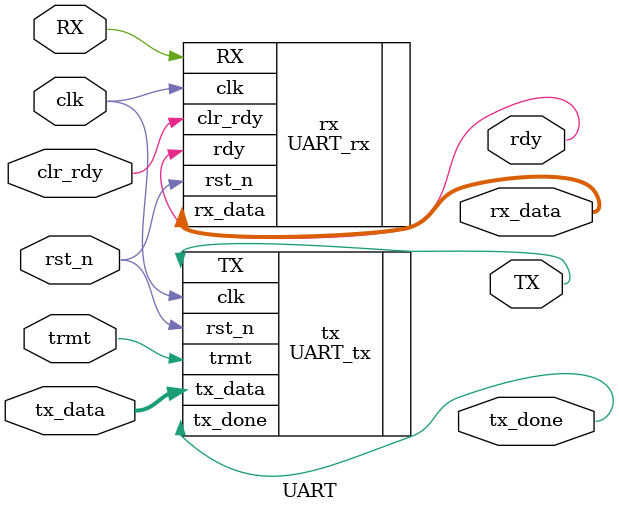
<source format=sv>
module UART(tx_data,trmt,tx_done,clk,rst_n,TX,RX
				,rx_data,rdy,clr_rdy);

//Inputs
input [7:0] tx_data;
input trmt,clk,rst_n,clr_rdy,RX;

//outputs
output [7:0] rx_data;
output rdy,tx_done,TX;

//Instantiate UART receiver
UART_rx rx(.rx_data(rx_data),.rdy(rdy),.clr_rdy(clr_rdy)
				,.clk(clk),.rst_n(rst_n),.RX(RX));

//Instantiate UART transfer
UART_tx tx(.tx_data(tx_data),.trmt(trmt),.tx_done(tx_done)
				,.TX(TX),.clk(clk),.rst_n(rst_n));

endmodule

</source>
